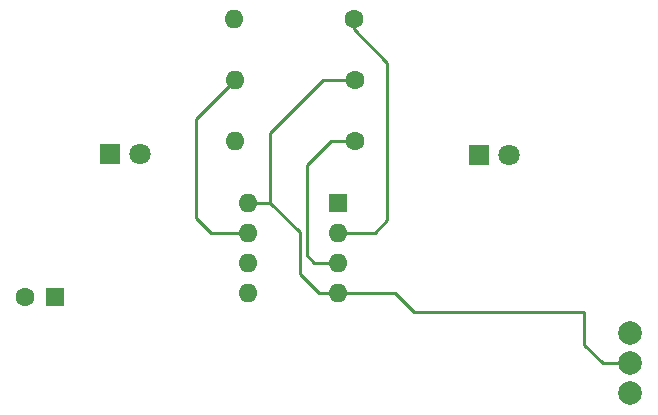
<source format=gbr>
%TF.GenerationSoftware,KiCad,Pcbnew,7.0.8*%
%TF.CreationDate,2024-05-08T14:15:31+02:00*%
%TF.ProjectId,PaperBot,50617065-7242-46f7-942e-6b696361645f,rev?*%
%TF.SameCoordinates,Original*%
%TF.FileFunction,Copper,L1,Top*%
%TF.FilePolarity,Positive*%
%FSLAX46Y46*%
G04 Gerber Fmt 4.6, Leading zero omitted, Abs format (unit mm)*
G04 Created by KiCad (PCBNEW 7.0.8) date 2024-05-08 14:15:31*
%MOMM*%
%LPD*%
G01*
G04 APERTURE LIST*
%TA.AperFunction,ComponentPad*%
%ADD10R,1.800000X1.800000*%
%TD*%
%TA.AperFunction,ComponentPad*%
%ADD11C,1.800000*%
%TD*%
%TA.AperFunction,ComponentPad*%
%ADD12R,1.600000X1.600000*%
%TD*%
%TA.AperFunction,ComponentPad*%
%ADD13C,1.600000*%
%TD*%
%TA.AperFunction,ComponentPad*%
%ADD14O,1.600000X1.600000*%
%TD*%
%TA.AperFunction,ComponentPad*%
%ADD15C,2.000000*%
%TD*%
%TA.AperFunction,Conductor*%
%ADD16C,0.250000*%
%TD*%
G04 APERTURE END LIST*
D10*
%TO.P,D2,1,K*%
%TO.N,Net-(D1-K)*%
X142880000Y-59870000D03*
D11*
%TO.P,D2,2,A*%
%TO.N,Net-(D1-A)*%
X145420000Y-59870000D03*
%TD*%
D10*
%TO.P,D1,1,K*%
%TO.N,Net-(D1-K)*%
X111680000Y-59830000D03*
D11*
%TO.P,D1,2,A*%
%TO.N,Net-(D1-A)*%
X114220000Y-59830000D03*
%TD*%
D12*
%TO.P,C1,1*%
%TO.N,Net-(U1-THR)*%
X106990000Y-71920000D03*
D13*
%TO.P,C1,2*%
%TO.N,Net-(D1-K)*%
X104490000Y-71920000D03*
%TD*%
D12*
%TO.P,NE555,1,GND*%
%TO.N,Net-(D1-K)*%
X130940000Y-63940000D03*
D14*
%TO.P,NE555,2,TR*%
%TO.N,Net-(U1-THR)*%
X130940000Y-66480000D03*
%TO.P,NE555,3,Q*%
%TO.N,Net-(U1-Q)*%
X130940000Y-69020000D03*
%TO.P,NE555,4,R*%
%TO.N,Net-(S1-E)*%
X130940000Y-71560000D03*
%TO.P,NE555,5,CV*%
%TO.N,unconnected-(U1-CV-Pad5)*%
X123320000Y-71560000D03*
%TO.P,NE555,6,THR*%
%TO.N,Net-(U1-THR)*%
X123320000Y-69020000D03*
%TO.P,NE555,7,DIS*%
%TO.N,Net-(U1-DIS)*%
X123320000Y-66480000D03*
%TO.P,NE555,8,VCC*%
%TO.N,Net-(S1-E)*%
X123320000Y-63940000D03*
%TD*%
D15*
%TO.P,S1,1,A*%
%TO.N,Net-(S1-A-Pad1)*%
X155740000Y-80060000D03*
%TO.P,S1,2,E*%
%TO.N,Net-(S1-E)*%
X155740000Y-77520000D03*
%TO.P,S1,3,A*%
%TO.N,unconnected-(S1-A-Pad3)*%
X155740000Y-74980000D03*
%TD*%
D13*
%TO.P,R1,1*%
%TO.N,Net-(U1-THR)*%
X132320000Y-48380000D03*
D14*
%TO.P,R1,2*%
%TO.N,Net-(U1-DIS)*%
X122160000Y-48380000D03*
%TD*%
D13*
%TO.P,R2,1*%
%TO.N,Net-(S1-E)*%
X132430000Y-53550000D03*
D14*
%TO.P,R2,2*%
%TO.N,Net-(U1-DIS)*%
X122270000Y-53550000D03*
%TD*%
D13*
%TO.P,R3,1*%
%TO.N,Net-(U1-Q)*%
X132380000Y-58720000D03*
D14*
%TO.P,R3,2*%
%TO.N,Net-(D1-A)*%
X122220000Y-58720000D03*
%TD*%
D16*
%TO.N,Net-(U1-THR)*%
X135150000Y-65410000D02*
X134080000Y-66480000D01*
X132320000Y-48380000D02*
X132320000Y-49240000D01*
X135150000Y-52070000D02*
X135150000Y-65410000D01*
X132320000Y-49240000D02*
X135150000Y-52070000D01*
X134080000Y-66480000D02*
X130940000Y-66480000D01*
%TO.N,Net-(U1-DIS)*%
X122270000Y-53550000D02*
X118950000Y-56870000D01*
X118950000Y-56870000D02*
X118950000Y-65190000D01*
X120240000Y-66480000D02*
X123320000Y-66480000D01*
X118950000Y-65190000D02*
X120240000Y-66480000D01*
%TO.N,Net-(S1-E)*%
X127750000Y-66440000D02*
X127750000Y-69960000D01*
X135810000Y-71560000D02*
X137390000Y-73140000D01*
X153400000Y-77520000D02*
X155740000Y-77520000D01*
X127750000Y-69960000D02*
X129350000Y-71560000D01*
X129350000Y-71560000D02*
X130940000Y-71560000D01*
X132430000Y-53550000D02*
X129700000Y-53550000D01*
X151850000Y-73140000D02*
X151850000Y-75970000D01*
X123320000Y-63940000D02*
X125250000Y-63940000D01*
X125250000Y-63940000D02*
X127750000Y-66440000D01*
X125250000Y-58000000D02*
X125250000Y-63940000D01*
X129700000Y-53550000D02*
X125250000Y-58000000D01*
X130940000Y-71560000D02*
X135810000Y-71560000D01*
X151850000Y-75970000D02*
X153400000Y-77520000D01*
X137390000Y-73140000D02*
X151850000Y-73140000D01*
%TO.N,Net-(U1-Q)*%
X132380000Y-58720000D02*
X130370000Y-58720000D01*
X128980000Y-69020000D02*
X130940000Y-69020000D01*
X130370000Y-58720000D02*
X128340000Y-60750000D01*
X128340000Y-68380000D02*
X128980000Y-69020000D01*
X128340000Y-60750000D02*
X128340000Y-68380000D01*
%TD*%
M02*

</source>
